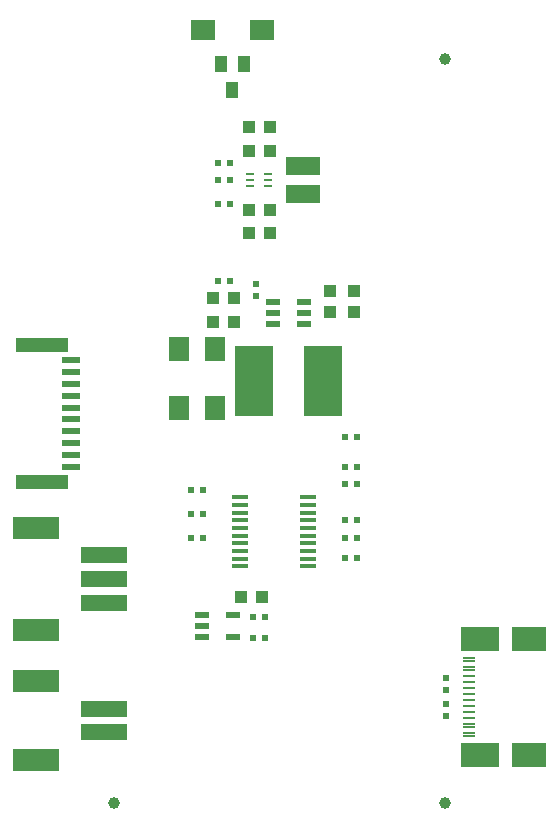
<source format=gbr>
%TF.GenerationSoftware,KiCad,Pcbnew,7.0.11-7.0.11~ubuntu22.04.1*%
%TF.CreationDate,2024-05-21T16:07:35+03:00*%
%TF.ProjectId,Neo6502PC-PWR_Rev_B,4e656f36-3530-4325-9043-2d5057525f52,B*%
%TF.SameCoordinates,PXd4ab5c0PY8b3c880*%
%TF.FileFunction,Paste,Bot*%
%TF.FilePolarity,Positive*%
%FSLAX46Y46*%
G04 Gerber Fmt 4.6, Leading zero omitted, Abs format (unit mm)*
G04 Created by KiCad (PCBNEW 7.0.11-7.0.11~ubuntu22.04.1) date 2024-05-21 16:07:35*
%MOMM*%
%LPD*%
G01*
G04 APERTURE LIST*
%ADD10R,0.550000X0.500000*%
%ADD11R,3.200000X2.100000*%
%ADD12R,3.000000X2.100000*%
%ADD13R,2.200000X1.100000*%
%ADD14R,2.000000X1.100000*%
%ADD15R,1.130000X0.280000*%
%ADD16R,1.130000X0.230000*%
%ADD17C,1.000000*%
%ADD18R,0.500000X0.550000*%
%ADD19R,1.016000X1.016000*%
%ADD20R,3.200000X6.000000*%
%ADD21R,1.000000X1.400000*%
%ADD22R,3.900000X1.900000*%
%ADD23R,3.900000X1.400000*%
%ADD24R,0.750000X0.230000*%
%ADD25R,1.200000X0.550000*%
%ADD26R,4.500000X1.200000*%
%ADD27R,1.550000X0.500000*%
%ADD28R,1.700000X2.000000*%
%ADD29R,3.000000X1.600000*%
%ADD30R,1.400000X0.350000*%
%ADD31R,2.000000X1.700000*%
G04 APERTURE END LIST*
D10*
X37085999Y14450001D03*
X37085999Y13434001D03*
X37086000Y15593000D03*
X37086000Y16609000D03*
D11*
X39970000Y19927600D03*
X39970000Y10072400D03*
D12*
X44150000Y19927600D03*
X44150000Y10072400D03*
D13*
X39970000Y19927600D03*
X39970000Y10072400D03*
D14*
X44150000Y19927600D03*
X44150000Y10072400D03*
D15*
X39068000Y18325000D03*
X39068000Y17525000D03*
D16*
X39068000Y16250000D03*
X39068000Y15250000D03*
X39068000Y14750000D03*
X39068000Y13750000D03*
D15*
X39068000Y12475000D03*
X39068000Y11675000D03*
X39068000Y11925000D03*
X39068000Y12725000D03*
D16*
X39068000Y13250000D03*
X39068000Y14250000D03*
X39068000Y15750000D03*
X39068000Y16750000D03*
D15*
X39068000Y17275000D03*
X39068000Y18075000D03*
D17*
X9000000Y6000000D03*
D18*
X20742000Y20000000D03*
X21758000Y20000000D03*
X29516000Y26750001D03*
X28500000Y26750001D03*
D19*
X17361000Y46750000D03*
X19139000Y46750000D03*
D18*
X15492000Y28500000D03*
X16508000Y28500000D03*
D20*
X20850000Y41750000D03*
X26650000Y41750000D03*
D21*
X18050040Y68607440D03*
X19952500Y68607440D03*
X18997460Y66397640D03*
D22*
X2400000Y9650000D03*
D23*
X8100000Y12000000D03*
X8100000Y14000000D03*
D22*
X2400000Y16350000D03*
D18*
X18758000Y60250000D03*
X17742000Y60250000D03*
D19*
X19750000Y23500000D03*
X21528000Y23500000D03*
D24*
X20475000Y59250000D03*
X20475000Y58750000D03*
X20475000Y58250000D03*
X22025000Y59250000D03*
X22025000Y58750000D03*
X22025000Y58250000D03*
D25*
X16450000Y20050000D03*
X16450000Y21000000D03*
X16450000Y21950000D03*
X19050000Y21950000D03*
X19050000Y20050000D03*
D10*
X21000000Y50008000D03*
X21000000Y48992000D03*
D18*
X28492000Y34500000D03*
X29508000Y34500000D03*
D17*
X37000000Y6000000D03*
D19*
X27250000Y47611000D03*
X27250000Y49389000D03*
D18*
X28492000Y28500000D03*
X29508000Y28500000D03*
D25*
X22449900Y46550000D03*
X22449900Y47500000D03*
X22449900Y48450000D03*
X25050100Y48450000D03*
X25050100Y47500000D03*
X25050100Y46550000D03*
D18*
X20742000Y21750000D03*
X21758000Y21750000D03*
X17742000Y50250000D03*
X18758000Y50250000D03*
X29508000Y33000000D03*
X28492000Y33000000D03*
D19*
X22139002Y63250000D03*
X20361002Y63250000D03*
X22139000Y54249999D03*
X20361000Y54249999D03*
D17*
X37000000Y69000000D03*
D26*
X2875000Y33200000D03*
X2875000Y44800000D03*
D27*
X5350000Y34500000D03*
X5350000Y35500000D03*
X5350000Y36500000D03*
X5350000Y37500000D03*
X5350000Y38500000D03*
X5350000Y39500000D03*
X5350000Y40500000D03*
X5350000Y41500000D03*
X5350000Y42500000D03*
X5350000Y43500000D03*
D18*
X18758000Y58750000D03*
X17742000Y58750000D03*
D28*
X14500000Y44500000D03*
X14500000Y39500000D03*
D19*
X22138999Y61249999D03*
X20360999Y61249999D03*
D22*
X2400000Y20650000D03*
D23*
X8100000Y23000000D03*
X8100000Y25000000D03*
X8100000Y27000000D03*
D22*
X2400000Y29350000D03*
D19*
X22139000Y56250000D03*
X20361000Y56250000D03*
D18*
X29508000Y30000000D03*
X28492000Y30000000D03*
X28492000Y37000000D03*
X29508000Y37000000D03*
D19*
X17361000Y48750000D03*
X19139000Y48750000D03*
D18*
X17742000Y56750000D03*
X18758000Y56750000D03*
D29*
X24999999Y57550000D03*
X24999999Y59950000D03*
D30*
X19600000Y26075000D03*
X19600000Y26725000D03*
X19600000Y27375000D03*
X19600000Y28025000D03*
X19600000Y28675000D03*
X19600000Y29325000D03*
X19600000Y29975000D03*
X19600000Y30625000D03*
X19600000Y31275000D03*
X19600000Y31925000D03*
X25400000Y31925000D03*
X25400000Y31275000D03*
X25400000Y30625000D03*
X25400000Y29975000D03*
X25400000Y29325000D03*
X25400000Y28675000D03*
X25400000Y28025000D03*
X25400000Y27375000D03*
X25400000Y26725000D03*
X25400000Y26075000D03*
D19*
X29250000Y47611000D03*
X29250000Y49389000D03*
D31*
X21500000Y71500000D03*
X16500000Y71500000D03*
D28*
X17500001Y44500000D03*
X17500001Y39500000D03*
D18*
X16508000Y30500000D03*
X15492000Y30500000D03*
X15492000Y32500000D03*
X16508000Y32500000D03*
M02*

</source>
